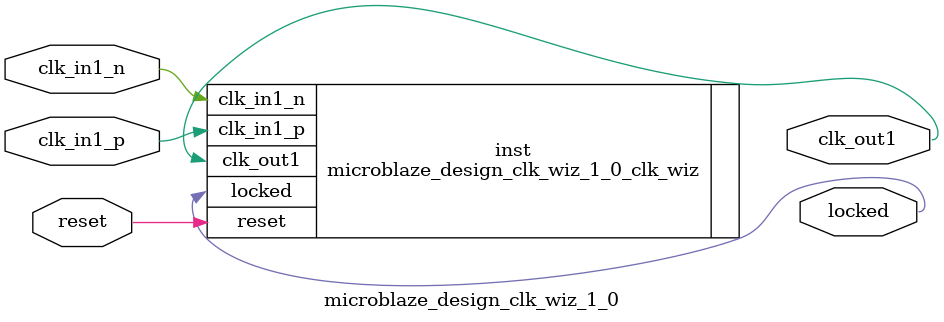
<source format=v>


`timescale 1ps/1ps

(* CORE_GENERATION_INFO = "microblaze_design_clk_wiz_1_0,clk_wiz_v5_3_0,{component_name=microblaze_design_clk_wiz_1_0,use_phase_alignment=true,use_min_o_jitter=false,use_max_i_jitter=false,use_dyn_phase_shift=false,use_inclk_switchover=false,use_dyn_reconfig=false,enable_axi=0,feedback_source=FDBK_AUTO,PRIMITIVE=MMCM,num_out_clk=1,clkin1_period=5.0,clkin2_period=10.0,use_power_down=false,use_reset=true,use_locked=true,use_inclk_stopped=false,feedback_type=SINGLE,CLOCK_MGR_TYPE=NA,manual_override=false}" *)

module microblaze_design_clk_wiz_1_0 
 (
 // Clock in ports
  input         clk_in1_p,
  input         clk_in1_n,
  // Clock out ports
  output        clk_out1,
  // Status and control signals
  input         reset,
  output        locked
 );

  microblaze_design_clk_wiz_1_0_clk_wiz inst
  (
 // Clock in ports
  .clk_in1_p(clk_in1_p),
  .clk_in1_n(clk_in1_n),
  // Clock out ports  
  .clk_out1(clk_out1),
  // Status and control signals               
  .reset(reset), 
  .locked(locked)            
  );

endmodule

</source>
